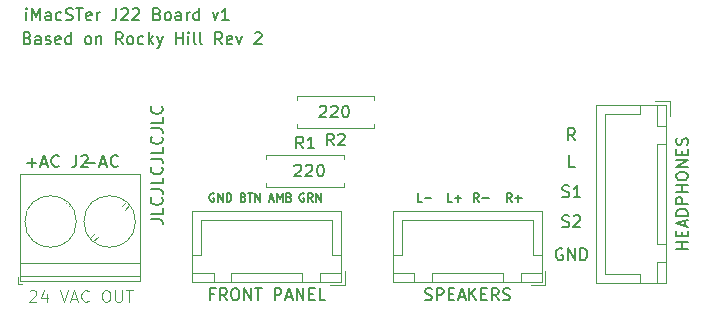
<source format=gbr>
G04 #@! TF.GenerationSoftware,KiCad,Pcbnew,(6.0.5)*
G04 #@! TF.CreationDate,2023-02-01T20:45:18-08:00*
G04 #@! TF.ProjectId,imac_g3_slot_loading_J22_adapter_board,696d6163-5f67-4335-9f73-6c6f745f6c6f,2*
G04 #@! TF.SameCoordinates,Original*
G04 #@! TF.FileFunction,Legend,Top*
G04 #@! TF.FilePolarity,Positive*
%FSLAX46Y46*%
G04 Gerber Fmt 4.6, Leading zero omitted, Abs format (unit mm)*
G04 Created by KiCad (PCBNEW (6.0.5)) date 2023-02-01 20:45:18*
%MOMM*%
%LPD*%
G01*
G04 APERTURE LIST*
%ADD10C,0.150000*%
%ADD11C,0.125000*%
%ADD12C,0.120000*%
G04 APERTURE END LIST*
D10*
X118192380Y-106527047D02*
X118906666Y-106527047D01*
X119049523Y-106574666D01*
X119144761Y-106669904D01*
X119192380Y-106812761D01*
X119192380Y-106908000D01*
X119192380Y-105574666D02*
X119192380Y-106050857D01*
X118192380Y-106050857D01*
X119097142Y-104669904D02*
X119144761Y-104717523D01*
X119192380Y-104860380D01*
X119192380Y-104955619D01*
X119144761Y-105098476D01*
X119049523Y-105193714D01*
X118954285Y-105241333D01*
X118763809Y-105288952D01*
X118620952Y-105288952D01*
X118430476Y-105241333D01*
X118335238Y-105193714D01*
X118240000Y-105098476D01*
X118192380Y-104955619D01*
X118192380Y-104860380D01*
X118240000Y-104717523D01*
X118287619Y-104669904D01*
X118192380Y-103955619D02*
X118906666Y-103955619D01*
X119049523Y-104003238D01*
X119144761Y-104098476D01*
X119192380Y-104241333D01*
X119192380Y-104336571D01*
X119192380Y-103003238D02*
X119192380Y-103479428D01*
X118192380Y-103479428D01*
X119097142Y-102098476D02*
X119144761Y-102146095D01*
X119192380Y-102288952D01*
X119192380Y-102384190D01*
X119144761Y-102527047D01*
X119049523Y-102622285D01*
X118954285Y-102669904D01*
X118763809Y-102717523D01*
X118620952Y-102717523D01*
X118430476Y-102669904D01*
X118335238Y-102622285D01*
X118240000Y-102527047D01*
X118192380Y-102384190D01*
X118192380Y-102288952D01*
X118240000Y-102146095D01*
X118287619Y-102098476D01*
X118192380Y-101384190D02*
X118906666Y-101384190D01*
X119049523Y-101431809D01*
X119144761Y-101527047D01*
X119192380Y-101669904D01*
X119192380Y-101765142D01*
X119192380Y-100431809D02*
X119192380Y-100908000D01*
X118192380Y-100908000D01*
X119097142Y-99527047D02*
X119144761Y-99574666D01*
X119192380Y-99717523D01*
X119192380Y-99812761D01*
X119144761Y-99955619D01*
X119049523Y-100050857D01*
X118954285Y-100098476D01*
X118763809Y-100146095D01*
X118620952Y-100146095D01*
X118430476Y-100098476D01*
X118335238Y-100050857D01*
X118240000Y-99955619D01*
X118192380Y-99812761D01*
X118192380Y-99717523D01*
X118240000Y-99574666D01*
X118287619Y-99527047D01*
X118192380Y-98812761D02*
X118906666Y-98812761D01*
X119049523Y-98860380D01*
X119144761Y-98955619D01*
X119192380Y-99098476D01*
X119192380Y-99193714D01*
X119192380Y-97860380D02*
X119192380Y-98336571D01*
X118192380Y-98336571D01*
X119097142Y-96955619D02*
X119144761Y-97003238D01*
X119192380Y-97146095D01*
X119192380Y-97241333D01*
X119144761Y-97384190D01*
X119049523Y-97479428D01*
X118954285Y-97527047D01*
X118763809Y-97574666D01*
X118620952Y-97574666D01*
X118430476Y-97527047D01*
X118335238Y-97479428D01*
X118240000Y-97384190D01*
X118192380Y-97241333D01*
X118192380Y-97146095D01*
X118240000Y-97003238D01*
X118287619Y-96955619D01*
X153030095Y-109028000D02*
X152934857Y-108980380D01*
X152792000Y-108980380D01*
X152649142Y-109028000D01*
X152553904Y-109123238D01*
X152506285Y-109218476D01*
X152458666Y-109408952D01*
X152458666Y-109551809D01*
X152506285Y-109742285D01*
X152553904Y-109837523D01*
X152649142Y-109932761D01*
X152792000Y-109980380D01*
X152887238Y-109980380D01*
X153030095Y-109932761D01*
X153077714Y-109885142D01*
X153077714Y-109551809D01*
X152887238Y-109551809D01*
X153506285Y-109980380D02*
X153506285Y-108980380D01*
X154077714Y-109980380D01*
X154077714Y-108980380D01*
X154553904Y-109980380D02*
X154553904Y-108980380D01*
X154792000Y-108980380D01*
X154934857Y-109028000D01*
X155030095Y-109123238D01*
X155077714Y-109218476D01*
X155125333Y-109408952D01*
X155125333Y-109551809D01*
X155077714Y-109742285D01*
X155030095Y-109837523D01*
X154934857Y-109932761D01*
X154792000Y-109980380D01*
X154553904Y-109980380D01*
X153030095Y-107138761D02*
X153172952Y-107186380D01*
X153411047Y-107186380D01*
X153506285Y-107138761D01*
X153553904Y-107091142D01*
X153601523Y-106995904D01*
X153601523Y-106900666D01*
X153553904Y-106805428D01*
X153506285Y-106757809D01*
X153411047Y-106710190D01*
X153220571Y-106662571D01*
X153125333Y-106614952D01*
X153077714Y-106567333D01*
X153030095Y-106472095D01*
X153030095Y-106376857D01*
X153077714Y-106281619D01*
X153125333Y-106234000D01*
X153220571Y-106186380D01*
X153458666Y-106186380D01*
X153601523Y-106234000D01*
X153982476Y-106281619D02*
X154030095Y-106234000D01*
X154125333Y-106186380D01*
X154363428Y-106186380D01*
X154458666Y-106234000D01*
X154506285Y-106281619D01*
X154553904Y-106376857D01*
X154553904Y-106472095D01*
X154506285Y-106614952D01*
X153934857Y-107186380D01*
X154553904Y-107186380D01*
X153030095Y-104598761D02*
X153172952Y-104646380D01*
X153411047Y-104646380D01*
X153506285Y-104598761D01*
X153553904Y-104551142D01*
X153601523Y-104455904D01*
X153601523Y-104360666D01*
X153553904Y-104265428D01*
X153506285Y-104217809D01*
X153411047Y-104170190D01*
X153220571Y-104122571D01*
X153125333Y-104074952D01*
X153077714Y-104027333D01*
X153030095Y-103932095D01*
X153030095Y-103836857D01*
X153077714Y-103741619D01*
X153125333Y-103694000D01*
X153220571Y-103646380D01*
X153458666Y-103646380D01*
X153601523Y-103694000D01*
X154553904Y-104646380D02*
X153982476Y-104646380D01*
X154268190Y-104646380D02*
X154268190Y-103646380D01*
X154172952Y-103789238D01*
X154077714Y-103884476D01*
X153982476Y-103932095D01*
X154101523Y-102106380D02*
X153625333Y-102106380D01*
X153625333Y-101106380D01*
X154101523Y-99820380D02*
X153768190Y-99344190D01*
X153530095Y-99820380D02*
X153530095Y-98820380D01*
X153911047Y-98820380D01*
X154006285Y-98868000D01*
X154053904Y-98915619D01*
X154101523Y-99010857D01*
X154101523Y-99153714D01*
X154053904Y-99248952D01*
X154006285Y-99296571D01*
X153911047Y-99344190D01*
X153530095Y-99344190D01*
X148749333Y-105018666D02*
X148516000Y-104685333D01*
X148349333Y-105018666D02*
X148349333Y-104318666D01*
X148616000Y-104318666D01*
X148682666Y-104352000D01*
X148716000Y-104385333D01*
X148749333Y-104452000D01*
X148749333Y-104552000D01*
X148716000Y-104618666D01*
X148682666Y-104652000D01*
X148616000Y-104685333D01*
X148349333Y-104685333D01*
X149049333Y-104752000D02*
X149582666Y-104752000D01*
X149316000Y-105018666D02*
X149316000Y-104485333D01*
X145955333Y-105018666D02*
X145722000Y-104685333D01*
X145555333Y-105018666D02*
X145555333Y-104318666D01*
X145822000Y-104318666D01*
X145888666Y-104352000D01*
X145922000Y-104385333D01*
X145955333Y-104452000D01*
X145955333Y-104552000D01*
X145922000Y-104618666D01*
X145888666Y-104652000D01*
X145822000Y-104685333D01*
X145555333Y-104685333D01*
X146255333Y-104752000D02*
X146788666Y-104752000D01*
X143669333Y-105018666D02*
X143336000Y-105018666D01*
X143336000Y-104318666D01*
X143902666Y-104752000D02*
X144436000Y-104752000D01*
X144169333Y-105018666D02*
X144169333Y-104485333D01*
X141129333Y-105018666D02*
X140796000Y-105018666D01*
X140796000Y-104318666D01*
X141362666Y-104752000D02*
X141896000Y-104752000D01*
X131160666Y-104352000D02*
X131094000Y-104318666D01*
X130994000Y-104318666D01*
X130894000Y-104352000D01*
X130827333Y-104418666D01*
X130794000Y-104485333D01*
X130760666Y-104618666D01*
X130760666Y-104718666D01*
X130794000Y-104852000D01*
X130827333Y-104918666D01*
X130894000Y-104985333D01*
X130994000Y-105018666D01*
X131060666Y-105018666D01*
X131160666Y-104985333D01*
X131194000Y-104952000D01*
X131194000Y-104718666D01*
X131060666Y-104718666D01*
X131894000Y-105018666D02*
X131660666Y-104685333D01*
X131494000Y-105018666D02*
X131494000Y-104318666D01*
X131760666Y-104318666D01*
X131827333Y-104352000D01*
X131860666Y-104385333D01*
X131894000Y-104452000D01*
X131894000Y-104552000D01*
X131860666Y-104618666D01*
X131827333Y-104652000D01*
X131760666Y-104685333D01*
X131494000Y-104685333D01*
X132194000Y-105018666D02*
X132194000Y-104318666D01*
X132594000Y-105018666D01*
X132594000Y-104318666D01*
X128237333Y-104818666D02*
X128570666Y-104818666D01*
X128170666Y-105018666D02*
X128404000Y-104318666D01*
X128637333Y-105018666D01*
X128870666Y-105018666D02*
X128870666Y-104318666D01*
X129104000Y-104818666D01*
X129337333Y-104318666D01*
X129337333Y-105018666D01*
X129904000Y-104652000D02*
X130004000Y-104685333D01*
X130037333Y-104718666D01*
X130070666Y-104785333D01*
X130070666Y-104885333D01*
X130037333Y-104952000D01*
X130004000Y-104985333D01*
X129937333Y-105018666D01*
X129670666Y-105018666D01*
X129670666Y-104318666D01*
X129904000Y-104318666D01*
X129970666Y-104352000D01*
X130004000Y-104385333D01*
X130037333Y-104452000D01*
X130037333Y-104518666D01*
X130004000Y-104585333D01*
X129970666Y-104618666D01*
X129904000Y-104652000D01*
X129670666Y-104652000D01*
X126030666Y-104652000D02*
X126130666Y-104685333D01*
X126164000Y-104718666D01*
X126197333Y-104785333D01*
X126197333Y-104885333D01*
X126164000Y-104952000D01*
X126130666Y-104985333D01*
X126064000Y-105018666D01*
X125797333Y-105018666D01*
X125797333Y-104318666D01*
X126030666Y-104318666D01*
X126097333Y-104352000D01*
X126130666Y-104385333D01*
X126164000Y-104452000D01*
X126164000Y-104518666D01*
X126130666Y-104585333D01*
X126097333Y-104618666D01*
X126030666Y-104652000D01*
X125797333Y-104652000D01*
X126397333Y-104318666D02*
X126797333Y-104318666D01*
X126597333Y-105018666D02*
X126597333Y-104318666D01*
X127030666Y-105018666D02*
X127030666Y-104318666D01*
X127430666Y-105018666D01*
X127430666Y-104318666D01*
X123540666Y-104352000D02*
X123474000Y-104318666D01*
X123374000Y-104318666D01*
X123274000Y-104352000D01*
X123207333Y-104418666D01*
X123174000Y-104485333D01*
X123140666Y-104618666D01*
X123140666Y-104718666D01*
X123174000Y-104852000D01*
X123207333Y-104918666D01*
X123274000Y-104985333D01*
X123374000Y-105018666D01*
X123440666Y-105018666D01*
X123540666Y-104985333D01*
X123574000Y-104952000D01*
X123574000Y-104718666D01*
X123440666Y-104718666D01*
X123874000Y-105018666D02*
X123874000Y-104318666D01*
X124274000Y-105018666D01*
X124274000Y-104318666D01*
X124607333Y-105018666D02*
X124607333Y-104318666D01*
X124774000Y-104318666D01*
X124874000Y-104352000D01*
X124940666Y-104418666D01*
X124974000Y-104485333D01*
X125007333Y-104618666D01*
X125007333Y-104718666D01*
X124974000Y-104852000D01*
X124940666Y-104918666D01*
X124874000Y-104985333D01*
X124774000Y-105018666D01*
X124607333Y-105018666D01*
X132487904Y-96987619D02*
X132535523Y-96940000D01*
X132630761Y-96892380D01*
X132868857Y-96892380D01*
X132964095Y-96940000D01*
X133011714Y-96987619D01*
X133059333Y-97082857D01*
X133059333Y-97178095D01*
X133011714Y-97320952D01*
X132440285Y-97892380D01*
X133059333Y-97892380D01*
X133440285Y-96987619D02*
X133487904Y-96940000D01*
X133583142Y-96892380D01*
X133821238Y-96892380D01*
X133916476Y-96940000D01*
X133964095Y-96987619D01*
X134011714Y-97082857D01*
X134011714Y-97178095D01*
X133964095Y-97320952D01*
X133392666Y-97892380D01*
X134011714Y-97892380D01*
X134630761Y-96892380D02*
X134726000Y-96892380D01*
X134821238Y-96940000D01*
X134868857Y-96987619D01*
X134916476Y-97082857D01*
X134964095Y-97273333D01*
X134964095Y-97511428D01*
X134916476Y-97701904D01*
X134868857Y-97797142D01*
X134821238Y-97844761D01*
X134726000Y-97892380D01*
X134630761Y-97892380D01*
X134535523Y-97844761D01*
X134487904Y-97797142D01*
X134440285Y-97701904D01*
X134392666Y-97511428D01*
X134392666Y-97273333D01*
X134440285Y-97082857D01*
X134487904Y-96987619D01*
X134535523Y-96940000D01*
X134630761Y-96892380D01*
X130351904Y-101987619D02*
X130399523Y-101940000D01*
X130494761Y-101892380D01*
X130732857Y-101892380D01*
X130828095Y-101940000D01*
X130875714Y-101987619D01*
X130923333Y-102082857D01*
X130923333Y-102178095D01*
X130875714Y-102320952D01*
X130304285Y-102892380D01*
X130923333Y-102892380D01*
X131304285Y-101987619D02*
X131351904Y-101940000D01*
X131447142Y-101892380D01*
X131685238Y-101892380D01*
X131780476Y-101940000D01*
X131828095Y-101987619D01*
X131875714Y-102082857D01*
X131875714Y-102178095D01*
X131828095Y-102320952D01*
X131256666Y-102892380D01*
X131875714Y-102892380D01*
X132494761Y-101892380D02*
X132590000Y-101892380D01*
X132685238Y-101940000D01*
X132732857Y-101987619D01*
X132780476Y-102082857D01*
X132828095Y-102273333D01*
X132828095Y-102511428D01*
X132780476Y-102701904D01*
X132732857Y-102797142D01*
X132685238Y-102844761D01*
X132590000Y-102892380D01*
X132494761Y-102892380D01*
X132399523Y-102844761D01*
X132351904Y-102797142D01*
X132304285Y-102701904D01*
X132256666Y-102511428D01*
X132256666Y-102273333D01*
X132304285Y-102082857D01*
X132351904Y-101987619D01*
X132399523Y-101940000D01*
X132494761Y-101892380D01*
X107730476Y-101711428D02*
X108492380Y-101711428D01*
X108111428Y-102092380D02*
X108111428Y-101330476D01*
X108920952Y-101806666D02*
X109397142Y-101806666D01*
X108825714Y-102092380D02*
X109159047Y-101092380D01*
X109492380Y-102092380D01*
X110397142Y-101997142D02*
X110349523Y-102044761D01*
X110206666Y-102092380D01*
X110111428Y-102092380D01*
X109968571Y-102044761D01*
X109873333Y-101949523D01*
X109825714Y-101854285D01*
X109778095Y-101663809D01*
X109778095Y-101520952D01*
X109825714Y-101330476D01*
X109873333Y-101235238D01*
X109968571Y-101140000D01*
X110111428Y-101092380D01*
X110206666Y-101092380D01*
X110349523Y-101140000D01*
X110397142Y-101187619D01*
X112730476Y-101711428D02*
X113492380Y-101711428D01*
X113920952Y-101806666D02*
X114397142Y-101806666D01*
X113825714Y-102092380D02*
X114159047Y-101092380D01*
X114492380Y-102092380D01*
X115397142Y-101997142D02*
X115349523Y-102044761D01*
X115206666Y-102092380D01*
X115111428Y-102092380D01*
X114968571Y-102044761D01*
X114873333Y-101949523D01*
X114825714Y-101854285D01*
X114778095Y-101663809D01*
X114778095Y-101520952D01*
X114825714Y-101330476D01*
X114873333Y-101235238D01*
X114968571Y-101140000D01*
X115111428Y-101092380D01*
X115206666Y-101092380D01*
X115349523Y-101140000D01*
X115397142Y-101187619D01*
X107652380Y-89660380D02*
X107652380Y-88993714D01*
X107652380Y-88660380D02*
X107604761Y-88708000D01*
X107652380Y-88755619D01*
X107700000Y-88708000D01*
X107652380Y-88660380D01*
X107652380Y-88755619D01*
X108128571Y-89660380D02*
X108128571Y-88660380D01*
X108461904Y-89374666D01*
X108795238Y-88660380D01*
X108795238Y-89660380D01*
X109700000Y-89660380D02*
X109700000Y-89136571D01*
X109652380Y-89041333D01*
X109557142Y-88993714D01*
X109366666Y-88993714D01*
X109271428Y-89041333D01*
X109700000Y-89612761D02*
X109604761Y-89660380D01*
X109366666Y-89660380D01*
X109271428Y-89612761D01*
X109223809Y-89517523D01*
X109223809Y-89422285D01*
X109271428Y-89327047D01*
X109366666Y-89279428D01*
X109604761Y-89279428D01*
X109700000Y-89231809D01*
X110604761Y-89612761D02*
X110509523Y-89660380D01*
X110319047Y-89660380D01*
X110223809Y-89612761D01*
X110176190Y-89565142D01*
X110128571Y-89469904D01*
X110128571Y-89184190D01*
X110176190Y-89088952D01*
X110223809Y-89041333D01*
X110319047Y-88993714D01*
X110509523Y-88993714D01*
X110604761Y-89041333D01*
X110985714Y-89612761D02*
X111128571Y-89660380D01*
X111366666Y-89660380D01*
X111461904Y-89612761D01*
X111509523Y-89565142D01*
X111557142Y-89469904D01*
X111557142Y-89374666D01*
X111509523Y-89279428D01*
X111461904Y-89231809D01*
X111366666Y-89184190D01*
X111176190Y-89136571D01*
X111080952Y-89088952D01*
X111033333Y-89041333D01*
X110985714Y-88946095D01*
X110985714Y-88850857D01*
X111033333Y-88755619D01*
X111080952Y-88708000D01*
X111176190Y-88660380D01*
X111414285Y-88660380D01*
X111557142Y-88708000D01*
X111842857Y-88660380D02*
X112414285Y-88660380D01*
X112128571Y-89660380D02*
X112128571Y-88660380D01*
X113128571Y-89612761D02*
X113033333Y-89660380D01*
X112842857Y-89660380D01*
X112747619Y-89612761D01*
X112700000Y-89517523D01*
X112700000Y-89136571D01*
X112747619Y-89041333D01*
X112842857Y-88993714D01*
X113033333Y-88993714D01*
X113128571Y-89041333D01*
X113176190Y-89136571D01*
X113176190Y-89231809D01*
X112700000Y-89327047D01*
X113604761Y-89660380D02*
X113604761Y-88993714D01*
X113604761Y-89184190D02*
X113652380Y-89088952D01*
X113700000Y-89041333D01*
X113795238Y-88993714D01*
X113890476Y-88993714D01*
X115271428Y-88660380D02*
X115271428Y-89374666D01*
X115223809Y-89517523D01*
X115128571Y-89612761D01*
X114985714Y-89660380D01*
X114890476Y-89660380D01*
X115700000Y-88755619D02*
X115747619Y-88708000D01*
X115842857Y-88660380D01*
X116080952Y-88660380D01*
X116176190Y-88708000D01*
X116223809Y-88755619D01*
X116271428Y-88850857D01*
X116271428Y-88946095D01*
X116223809Y-89088952D01*
X115652380Y-89660380D01*
X116271428Y-89660380D01*
X116652380Y-88755619D02*
X116700000Y-88708000D01*
X116795238Y-88660380D01*
X117033333Y-88660380D01*
X117128571Y-88708000D01*
X117176190Y-88755619D01*
X117223809Y-88850857D01*
X117223809Y-88946095D01*
X117176190Y-89088952D01*
X116604761Y-89660380D01*
X117223809Y-89660380D01*
X118747619Y-89136571D02*
X118890476Y-89184190D01*
X118938095Y-89231809D01*
X118985714Y-89327047D01*
X118985714Y-89469904D01*
X118938095Y-89565142D01*
X118890476Y-89612761D01*
X118795238Y-89660380D01*
X118414285Y-89660380D01*
X118414285Y-88660380D01*
X118747619Y-88660380D01*
X118842857Y-88708000D01*
X118890476Y-88755619D01*
X118938095Y-88850857D01*
X118938095Y-88946095D01*
X118890476Y-89041333D01*
X118842857Y-89088952D01*
X118747619Y-89136571D01*
X118414285Y-89136571D01*
X119557142Y-89660380D02*
X119461904Y-89612761D01*
X119414285Y-89565142D01*
X119366666Y-89469904D01*
X119366666Y-89184190D01*
X119414285Y-89088952D01*
X119461904Y-89041333D01*
X119557142Y-88993714D01*
X119700000Y-88993714D01*
X119795238Y-89041333D01*
X119842857Y-89088952D01*
X119890476Y-89184190D01*
X119890476Y-89469904D01*
X119842857Y-89565142D01*
X119795238Y-89612761D01*
X119700000Y-89660380D01*
X119557142Y-89660380D01*
X120747619Y-89660380D02*
X120747619Y-89136571D01*
X120700000Y-89041333D01*
X120604761Y-88993714D01*
X120414285Y-88993714D01*
X120319047Y-89041333D01*
X120747619Y-89612761D02*
X120652380Y-89660380D01*
X120414285Y-89660380D01*
X120319047Y-89612761D01*
X120271428Y-89517523D01*
X120271428Y-89422285D01*
X120319047Y-89327047D01*
X120414285Y-89279428D01*
X120652380Y-89279428D01*
X120747619Y-89231809D01*
X121223809Y-89660380D02*
X121223809Y-88993714D01*
X121223809Y-89184190D02*
X121271428Y-89088952D01*
X121319047Y-89041333D01*
X121414285Y-88993714D01*
X121509523Y-88993714D01*
X122271428Y-89660380D02*
X122271428Y-88660380D01*
X122271428Y-89612761D02*
X122176190Y-89660380D01*
X121985714Y-89660380D01*
X121890476Y-89612761D01*
X121842857Y-89565142D01*
X121795238Y-89469904D01*
X121795238Y-89184190D01*
X121842857Y-89088952D01*
X121890476Y-89041333D01*
X121985714Y-88993714D01*
X122176190Y-88993714D01*
X122271428Y-89041333D01*
X123414285Y-88993714D02*
X123652380Y-89660380D01*
X123890476Y-88993714D01*
X124795238Y-89660380D02*
X124223809Y-89660380D01*
X124509523Y-89660380D02*
X124509523Y-88660380D01*
X124414285Y-88803238D01*
X124319047Y-88898476D01*
X124223809Y-88946095D01*
X107755714Y-91168571D02*
X107898571Y-91216190D01*
X107946190Y-91263809D01*
X107993809Y-91359047D01*
X107993809Y-91501904D01*
X107946190Y-91597142D01*
X107898571Y-91644761D01*
X107803333Y-91692380D01*
X107422380Y-91692380D01*
X107422380Y-90692380D01*
X107755714Y-90692380D01*
X107850952Y-90740000D01*
X107898571Y-90787619D01*
X107946190Y-90882857D01*
X107946190Y-90978095D01*
X107898571Y-91073333D01*
X107850952Y-91120952D01*
X107755714Y-91168571D01*
X107422380Y-91168571D01*
X108850952Y-91692380D02*
X108850952Y-91168571D01*
X108803333Y-91073333D01*
X108708095Y-91025714D01*
X108517619Y-91025714D01*
X108422380Y-91073333D01*
X108850952Y-91644761D02*
X108755714Y-91692380D01*
X108517619Y-91692380D01*
X108422380Y-91644761D01*
X108374761Y-91549523D01*
X108374761Y-91454285D01*
X108422380Y-91359047D01*
X108517619Y-91311428D01*
X108755714Y-91311428D01*
X108850952Y-91263809D01*
X109279523Y-91644761D02*
X109374761Y-91692380D01*
X109565238Y-91692380D01*
X109660476Y-91644761D01*
X109708095Y-91549523D01*
X109708095Y-91501904D01*
X109660476Y-91406666D01*
X109565238Y-91359047D01*
X109422380Y-91359047D01*
X109327142Y-91311428D01*
X109279523Y-91216190D01*
X109279523Y-91168571D01*
X109327142Y-91073333D01*
X109422380Y-91025714D01*
X109565238Y-91025714D01*
X109660476Y-91073333D01*
X110517619Y-91644761D02*
X110422380Y-91692380D01*
X110231904Y-91692380D01*
X110136666Y-91644761D01*
X110089047Y-91549523D01*
X110089047Y-91168571D01*
X110136666Y-91073333D01*
X110231904Y-91025714D01*
X110422380Y-91025714D01*
X110517619Y-91073333D01*
X110565238Y-91168571D01*
X110565238Y-91263809D01*
X110089047Y-91359047D01*
X111422380Y-91692380D02*
X111422380Y-90692380D01*
X111422380Y-91644761D02*
X111327142Y-91692380D01*
X111136666Y-91692380D01*
X111041428Y-91644761D01*
X110993809Y-91597142D01*
X110946190Y-91501904D01*
X110946190Y-91216190D01*
X110993809Y-91120952D01*
X111041428Y-91073333D01*
X111136666Y-91025714D01*
X111327142Y-91025714D01*
X111422380Y-91073333D01*
X112803333Y-91692380D02*
X112708095Y-91644761D01*
X112660476Y-91597142D01*
X112612857Y-91501904D01*
X112612857Y-91216190D01*
X112660476Y-91120952D01*
X112708095Y-91073333D01*
X112803333Y-91025714D01*
X112946190Y-91025714D01*
X113041428Y-91073333D01*
X113089047Y-91120952D01*
X113136666Y-91216190D01*
X113136666Y-91501904D01*
X113089047Y-91597142D01*
X113041428Y-91644761D01*
X112946190Y-91692380D01*
X112803333Y-91692380D01*
X113565238Y-91025714D02*
X113565238Y-91692380D01*
X113565238Y-91120952D02*
X113612857Y-91073333D01*
X113708095Y-91025714D01*
X113850952Y-91025714D01*
X113946190Y-91073333D01*
X113993809Y-91168571D01*
X113993809Y-91692380D01*
X115803333Y-91692380D02*
X115470000Y-91216190D01*
X115231904Y-91692380D02*
X115231904Y-90692380D01*
X115612857Y-90692380D01*
X115708095Y-90740000D01*
X115755714Y-90787619D01*
X115803333Y-90882857D01*
X115803333Y-91025714D01*
X115755714Y-91120952D01*
X115708095Y-91168571D01*
X115612857Y-91216190D01*
X115231904Y-91216190D01*
X116374761Y-91692380D02*
X116279523Y-91644761D01*
X116231904Y-91597142D01*
X116184285Y-91501904D01*
X116184285Y-91216190D01*
X116231904Y-91120952D01*
X116279523Y-91073333D01*
X116374761Y-91025714D01*
X116517619Y-91025714D01*
X116612857Y-91073333D01*
X116660476Y-91120952D01*
X116708095Y-91216190D01*
X116708095Y-91501904D01*
X116660476Y-91597142D01*
X116612857Y-91644761D01*
X116517619Y-91692380D01*
X116374761Y-91692380D01*
X117565238Y-91644761D02*
X117470000Y-91692380D01*
X117279523Y-91692380D01*
X117184285Y-91644761D01*
X117136666Y-91597142D01*
X117089047Y-91501904D01*
X117089047Y-91216190D01*
X117136666Y-91120952D01*
X117184285Y-91073333D01*
X117279523Y-91025714D01*
X117470000Y-91025714D01*
X117565238Y-91073333D01*
X117993809Y-91692380D02*
X117993809Y-90692380D01*
X118089047Y-91311428D02*
X118374761Y-91692380D01*
X118374761Y-91025714D02*
X117993809Y-91406666D01*
X118708095Y-91025714D02*
X118946190Y-91692380D01*
X119184285Y-91025714D02*
X118946190Y-91692380D01*
X118850952Y-91930476D01*
X118803333Y-91978095D01*
X118708095Y-92025714D01*
X120327142Y-91692380D02*
X120327142Y-90692380D01*
X120327142Y-91168571D02*
X120898571Y-91168571D01*
X120898571Y-91692380D02*
X120898571Y-90692380D01*
X121374761Y-91692380D02*
X121374761Y-91025714D01*
X121374761Y-90692380D02*
X121327142Y-90740000D01*
X121374761Y-90787619D01*
X121422380Y-90740000D01*
X121374761Y-90692380D01*
X121374761Y-90787619D01*
X121993809Y-91692380D02*
X121898571Y-91644761D01*
X121850952Y-91549523D01*
X121850952Y-90692380D01*
X122517619Y-91692380D02*
X122422380Y-91644761D01*
X122374761Y-91549523D01*
X122374761Y-90692380D01*
X124231904Y-91692380D02*
X123898571Y-91216190D01*
X123660476Y-91692380D02*
X123660476Y-90692380D01*
X124041428Y-90692380D01*
X124136666Y-90740000D01*
X124184285Y-90787619D01*
X124231904Y-90882857D01*
X124231904Y-91025714D01*
X124184285Y-91120952D01*
X124136666Y-91168571D01*
X124041428Y-91216190D01*
X123660476Y-91216190D01*
X125041428Y-91644761D02*
X124946190Y-91692380D01*
X124755714Y-91692380D01*
X124660476Y-91644761D01*
X124612857Y-91549523D01*
X124612857Y-91168571D01*
X124660476Y-91073333D01*
X124755714Y-91025714D01*
X124946190Y-91025714D01*
X125041428Y-91073333D01*
X125089047Y-91168571D01*
X125089047Y-91263809D01*
X124612857Y-91359047D01*
X125422380Y-91025714D02*
X125660476Y-91692380D01*
X125898571Y-91025714D01*
X126993809Y-90787619D02*
X127041428Y-90740000D01*
X127136666Y-90692380D01*
X127374761Y-90692380D01*
X127470000Y-90740000D01*
X127517619Y-90787619D01*
X127565238Y-90882857D01*
X127565238Y-90978095D01*
X127517619Y-91120952D01*
X126946190Y-91692380D01*
X127565238Y-91692380D01*
D11*
X107932476Y-112605619D02*
X107980095Y-112558000D01*
X108075333Y-112510380D01*
X108313428Y-112510380D01*
X108408666Y-112558000D01*
X108456285Y-112605619D01*
X108503904Y-112700857D01*
X108503904Y-112796095D01*
X108456285Y-112938952D01*
X107884857Y-113510380D01*
X108503904Y-113510380D01*
X109361047Y-112843714D02*
X109361047Y-113510380D01*
X109122952Y-112462761D02*
X108884857Y-113177047D01*
X109503904Y-113177047D01*
X110503904Y-112510380D02*
X110837238Y-113510380D01*
X111170571Y-112510380D01*
X111456285Y-113224666D02*
X111932476Y-113224666D01*
X111361047Y-113510380D02*
X111694380Y-112510380D01*
X112027714Y-113510380D01*
X112932476Y-113415142D02*
X112884857Y-113462761D01*
X112742000Y-113510380D01*
X112646761Y-113510380D01*
X112503904Y-113462761D01*
X112408666Y-113367523D01*
X112361047Y-113272285D01*
X112313428Y-113081809D01*
X112313428Y-112938952D01*
X112361047Y-112748476D01*
X112408666Y-112653238D01*
X112503904Y-112558000D01*
X112646761Y-112510380D01*
X112742000Y-112510380D01*
X112884857Y-112558000D01*
X112932476Y-112605619D01*
X114313428Y-112510380D02*
X114503904Y-112510380D01*
X114599142Y-112558000D01*
X114694380Y-112653238D01*
X114742000Y-112843714D01*
X114742000Y-113177047D01*
X114694380Y-113367523D01*
X114599142Y-113462761D01*
X114503904Y-113510380D01*
X114313428Y-113510380D01*
X114218190Y-113462761D01*
X114122952Y-113367523D01*
X114075333Y-113177047D01*
X114075333Y-112843714D01*
X114122952Y-112653238D01*
X114218190Y-112558000D01*
X114313428Y-112510380D01*
X115170571Y-112510380D02*
X115170571Y-113319904D01*
X115218190Y-113415142D01*
X115265809Y-113462761D01*
X115361047Y-113510380D01*
X115551523Y-113510380D01*
X115646761Y-113462761D01*
X115694380Y-113415142D01*
X115742000Y-113319904D01*
X115742000Y-112510380D01*
X116075333Y-112510380D02*
X116646761Y-112510380D01*
X116361047Y-113510380D02*
X116361047Y-112510380D01*
D10*
X133663333Y-100262380D02*
X133330000Y-99786190D01*
X133091904Y-100262380D02*
X133091904Y-99262380D01*
X133472857Y-99262380D01*
X133568095Y-99310000D01*
X133615714Y-99357619D01*
X133663333Y-99452857D01*
X133663333Y-99595714D01*
X133615714Y-99690952D01*
X133568095Y-99738571D01*
X133472857Y-99786190D01*
X133091904Y-99786190D01*
X134044285Y-99357619D02*
X134091904Y-99310000D01*
X134187142Y-99262380D01*
X134425238Y-99262380D01*
X134520476Y-99310000D01*
X134568095Y-99357619D01*
X134615714Y-99452857D01*
X134615714Y-99548095D01*
X134568095Y-99690952D01*
X133996666Y-100262380D01*
X134615714Y-100262380D01*
X131083333Y-100522380D02*
X130750000Y-100046190D01*
X130511904Y-100522380D02*
X130511904Y-99522380D01*
X130892857Y-99522380D01*
X130988095Y-99570000D01*
X131035714Y-99617619D01*
X131083333Y-99712857D01*
X131083333Y-99855714D01*
X131035714Y-99950952D01*
X130988095Y-99998571D01*
X130892857Y-100046190D01*
X130511904Y-100046190D01*
X132035714Y-100522380D02*
X131464285Y-100522380D01*
X131750000Y-100522380D02*
X131750000Y-99522380D01*
X131654761Y-99665238D01*
X131559523Y-99760476D01*
X131464285Y-99808095D01*
X163672380Y-109014666D02*
X162672380Y-109014666D01*
X163148571Y-109014666D02*
X163148571Y-108443238D01*
X163672380Y-108443238D02*
X162672380Y-108443238D01*
X163148571Y-107967047D02*
X163148571Y-107633714D01*
X163672380Y-107490857D02*
X163672380Y-107967047D01*
X162672380Y-107967047D01*
X162672380Y-107490857D01*
X163386666Y-107109904D02*
X163386666Y-106633714D01*
X163672380Y-107205142D02*
X162672380Y-106871809D01*
X163672380Y-106538476D01*
X163672380Y-106205142D02*
X162672380Y-106205142D01*
X162672380Y-105967047D01*
X162720000Y-105824190D01*
X162815238Y-105728952D01*
X162910476Y-105681333D01*
X163100952Y-105633714D01*
X163243809Y-105633714D01*
X163434285Y-105681333D01*
X163529523Y-105728952D01*
X163624761Y-105824190D01*
X163672380Y-105967047D01*
X163672380Y-106205142D01*
X163672380Y-105205142D02*
X162672380Y-105205142D01*
X162672380Y-104824190D01*
X162720000Y-104728952D01*
X162767619Y-104681333D01*
X162862857Y-104633714D01*
X163005714Y-104633714D01*
X163100952Y-104681333D01*
X163148571Y-104728952D01*
X163196190Y-104824190D01*
X163196190Y-105205142D01*
X163672380Y-104205142D02*
X162672380Y-104205142D01*
X163148571Y-104205142D02*
X163148571Y-103633714D01*
X163672380Y-103633714D02*
X162672380Y-103633714D01*
X162672380Y-102967047D02*
X162672380Y-102776571D01*
X162720000Y-102681333D01*
X162815238Y-102586095D01*
X163005714Y-102538476D01*
X163339047Y-102538476D01*
X163529523Y-102586095D01*
X163624761Y-102681333D01*
X163672380Y-102776571D01*
X163672380Y-102967047D01*
X163624761Y-103062285D01*
X163529523Y-103157523D01*
X163339047Y-103205142D01*
X163005714Y-103205142D01*
X162815238Y-103157523D01*
X162720000Y-103062285D01*
X162672380Y-102967047D01*
X163672380Y-102109904D02*
X162672380Y-102109904D01*
X163672380Y-101538476D01*
X162672380Y-101538476D01*
X163148571Y-101062285D02*
X163148571Y-100728952D01*
X163672380Y-100586095D02*
X163672380Y-101062285D01*
X162672380Y-101062285D01*
X162672380Y-100586095D01*
X163624761Y-100205142D02*
X163672380Y-100062285D01*
X163672380Y-99824190D01*
X163624761Y-99728952D01*
X163577142Y-99681333D01*
X163481904Y-99633714D01*
X163386666Y-99633714D01*
X163291428Y-99681333D01*
X163243809Y-99728952D01*
X163196190Y-99824190D01*
X163148571Y-100014666D01*
X163100952Y-100109904D01*
X163053333Y-100157523D01*
X162958095Y-100205142D01*
X162862857Y-100205142D01*
X162767619Y-100157523D01*
X162720000Y-100109904D01*
X162672380Y-100014666D01*
X162672380Y-99776571D01*
X162720000Y-99633714D01*
X141404761Y-113314761D02*
X141547619Y-113362380D01*
X141785714Y-113362380D01*
X141880952Y-113314761D01*
X141928571Y-113267142D01*
X141976190Y-113171904D01*
X141976190Y-113076666D01*
X141928571Y-112981428D01*
X141880952Y-112933809D01*
X141785714Y-112886190D01*
X141595238Y-112838571D01*
X141500000Y-112790952D01*
X141452380Y-112743333D01*
X141404761Y-112648095D01*
X141404761Y-112552857D01*
X141452380Y-112457619D01*
X141500000Y-112410000D01*
X141595238Y-112362380D01*
X141833333Y-112362380D01*
X141976190Y-112410000D01*
X142404761Y-113362380D02*
X142404761Y-112362380D01*
X142785714Y-112362380D01*
X142880952Y-112410000D01*
X142928571Y-112457619D01*
X142976190Y-112552857D01*
X142976190Y-112695714D01*
X142928571Y-112790952D01*
X142880952Y-112838571D01*
X142785714Y-112886190D01*
X142404761Y-112886190D01*
X143404761Y-112838571D02*
X143738095Y-112838571D01*
X143880952Y-113362380D02*
X143404761Y-113362380D01*
X143404761Y-112362380D01*
X143880952Y-112362380D01*
X144261904Y-113076666D02*
X144738095Y-113076666D01*
X144166666Y-113362380D02*
X144500000Y-112362380D01*
X144833333Y-113362380D01*
X145166666Y-113362380D02*
X145166666Y-112362380D01*
X145738095Y-113362380D02*
X145309523Y-112790952D01*
X145738095Y-112362380D02*
X145166666Y-112933809D01*
X146166666Y-112838571D02*
X146500000Y-112838571D01*
X146642857Y-113362380D02*
X146166666Y-113362380D01*
X146166666Y-112362380D01*
X146642857Y-112362380D01*
X147642857Y-113362380D02*
X147309523Y-112886190D01*
X147071428Y-113362380D02*
X147071428Y-112362380D01*
X147452380Y-112362380D01*
X147547619Y-112410000D01*
X147595238Y-112457619D01*
X147642857Y-112552857D01*
X147642857Y-112695714D01*
X147595238Y-112790952D01*
X147547619Y-112838571D01*
X147452380Y-112886190D01*
X147071428Y-112886190D01*
X148023809Y-113314761D02*
X148166666Y-113362380D01*
X148404761Y-113362380D01*
X148500000Y-113314761D01*
X148547619Y-113267142D01*
X148595238Y-113171904D01*
X148595238Y-113076666D01*
X148547619Y-112981428D01*
X148500000Y-112933809D01*
X148404761Y-112886190D01*
X148214285Y-112838571D01*
X148119047Y-112790952D01*
X148071428Y-112743333D01*
X148023809Y-112648095D01*
X148023809Y-112552857D01*
X148071428Y-112457619D01*
X148119047Y-112410000D01*
X148214285Y-112362380D01*
X148452380Y-112362380D01*
X148595238Y-112410000D01*
X123523809Y-112838571D02*
X123190476Y-112838571D01*
X123190476Y-113362380D02*
X123190476Y-112362380D01*
X123666666Y-112362380D01*
X124619047Y-113362380D02*
X124285714Y-112886190D01*
X124047619Y-113362380D02*
X124047619Y-112362380D01*
X124428571Y-112362380D01*
X124523809Y-112410000D01*
X124571428Y-112457619D01*
X124619047Y-112552857D01*
X124619047Y-112695714D01*
X124571428Y-112790952D01*
X124523809Y-112838571D01*
X124428571Y-112886190D01*
X124047619Y-112886190D01*
X125238095Y-112362380D02*
X125428571Y-112362380D01*
X125523809Y-112410000D01*
X125619047Y-112505238D01*
X125666666Y-112695714D01*
X125666666Y-113029047D01*
X125619047Y-113219523D01*
X125523809Y-113314761D01*
X125428571Y-113362380D01*
X125238095Y-113362380D01*
X125142857Y-113314761D01*
X125047619Y-113219523D01*
X125000000Y-113029047D01*
X125000000Y-112695714D01*
X125047619Y-112505238D01*
X125142857Y-112410000D01*
X125238095Y-112362380D01*
X126095238Y-113362380D02*
X126095238Y-112362380D01*
X126666666Y-113362380D01*
X126666666Y-112362380D01*
X127000000Y-112362380D02*
X127571428Y-112362380D01*
X127285714Y-113362380D02*
X127285714Y-112362380D01*
X128666666Y-113362380D02*
X128666666Y-112362380D01*
X129047619Y-112362380D01*
X129142857Y-112410000D01*
X129190476Y-112457619D01*
X129238095Y-112552857D01*
X129238095Y-112695714D01*
X129190476Y-112790952D01*
X129142857Y-112838571D01*
X129047619Y-112886190D01*
X128666666Y-112886190D01*
X129619047Y-113076666D02*
X130095238Y-113076666D01*
X129523809Y-113362380D02*
X129857142Y-112362380D01*
X130190476Y-113362380D01*
X130523809Y-113362380D02*
X130523809Y-112362380D01*
X131095238Y-113362380D01*
X131095238Y-112362380D01*
X131571428Y-112838571D02*
X131904761Y-112838571D01*
X132047619Y-113362380D02*
X131571428Y-113362380D01*
X131571428Y-112362380D01*
X132047619Y-112362380D01*
X132952380Y-113362380D02*
X132476190Y-113362380D01*
X132476190Y-112362380D01*
X111868666Y-101100380D02*
X111868666Y-101814666D01*
X111821047Y-101957523D01*
X111725809Y-102052761D01*
X111582952Y-102100380D01*
X111487714Y-102100380D01*
X112297238Y-101195619D02*
X112344857Y-101148000D01*
X112440095Y-101100380D01*
X112678190Y-101100380D01*
X112773428Y-101148000D01*
X112821047Y-101195619D01*
X112868666Y-101290857D01*
X112868666Y-101386095D01*
X112821047Y-101528952D01*
X112249619Y-102100380D01*
X112868666Y-102100380D01*
D12*
X137100000Y-98480000D02*
X137100000Y-98810000D01*
X137100000Y-98810000D02*
X130560000Y-98810000D01*
X130560000Y-98810000D02*
X130560000Y-98480000D01*
X137100000Y-96400000D02*
X137100000Y-96070000D01*
X137100000Y-96070000D02*
X130560000Y-96070000D01*
X130560000Y-96070000D02*
X130560000Y-96400000D01*
X127980000Y-101400000D02*
X127980000Y-101070000D01*
X127980000Y-101070000D02*
X134520000Y-101070000D01*
X134520000Y-101070000D02*
X134520000Y-101400000D01*
X127980000Y-103480000D02*
X127980000Y-103810000D01*
X127980000Y-103810000D02*
X134520000Y-103810000D01*
X134520000Y-103810000D02*
X134520000Y-103480000D01*
X161840000Y-96808000D02*
X155870000Y-96808000D01*
X155870000Y-96808000D02*
X155870000Y-111928000D01*
X155870000Y-111928000D02*
X161840000Y-111928000D01*
X161840000Y-111928000D02*
X161840000Y-96808000D01*
X161830000Y-100118000D02*
X161080000Y-100118000D01*
X161080000Y-100118000D02*
X161080000Y-108618000D01*
X161080000Y-108618000D02*
X161830000Y-108618000D01*
X161830000Y-108618000D02*
X161830000Y-100118000D01*
X161830000Y-96818000D02*
X161080000Y-96818000D01*
X161080000Y-96818000D02*
X161080000Y-98618000D01*
X161080000Y-98618000D02*
X161830000Y-98618000D01*
X161830000Y-98618000D02*
X161830000Y-96818000D01*
X161830000Y-110118000D02*
X161080000Y-110118000D01*
X161080000Y-110118000D02*
X161080000Y-111918000D01*
X161080000Y-111918000D02*
X161830000Y-111918000D01*
X161830000Y-111918000D02*
X161830000Y-110118000D01*
X159580000Y-96818000D02*
X159580000Y-97568000D01*
X159580000Y-97568000D02*
X156630000Y-97568000D01*
X156630000Y-97568000D02*
X156630000Y-104368000D01*
X159580000Y-111918000D02*
X159580000Y-111168000D01*
X159580000Y-111168000D02*
X156630000Y-111168000D01*
X156630000Y-111168000D02*
X156630000Y-104368000D01*
X162130000Y-97768000D02*
X162130000Y-96518000D01*
X162130000Y-96518000D02*
X160880000Y-96518000D01*
X151600000Y-112110000D02*
X151600000Y-110860000D01*
X150350000Y-112110000D02*
X151600000Y-112110000D01*
X139450000Y-106610000D02*
X145000000Y-106610000D01*
X139450000Y-109560000D02*
X139450000Y-106610000D01*
X138700000Y-109560000D02*
X139450000Y-109560000D01*
X150550000Y-106610000D02*
X145000000Y-106610000D01*
X150550000Y-109560000D02*
X150550000Y-106610000D01*
X151300000Y-109560000D02*
X150550000Y-109560000D01*
X138700000Y-111810000D02*
X140500000Y-111810000D01*
X138700000Y-111060000D02*
X138700000Y-111810000D01*
X140500000Y-111060000D02*
X138700000Y-111060000D01*
X140500000Y-111810000D02*
X140500000Y-111060000D01*
X149500000Y-111810000D02*
X151300000Y-111810000D01*
X149500000Y-111060000D02*
X149500000Y-111810000D01*
X151300000Y-111060000D02*
X149500000Y-111060000D01*
X151300000Y-111810000D02*
X151300000Y-111060000D01*
X142000000Y-111810000D02*
X148000000Y-111810000D01*
X142000000Y-111060000D02*
X142000000Y-111810000D01*
X148000000Y-111060000D02*
X142000000Y-111060000D01*
X148000000Y-111810000D02*
X148000000Y-111060000D01*
X138690000Y-111820000D02*
X151310000Y-111820000D01*
X138690000Y-105850000D02*
X138690000Y-111820000D01*
X151310000Y-105850000D02*
X138690000Y-105850000D01*
X151310000Y-111820000D02*
X151310000Y-105850000D01*
X134600000Y-112110000D02*
X134600000Y-110860000D01*
X133350000Y-112110000D02*
X134600000Y-112110000D01*
X122450000Y-106610000D02*
X128000000Y-106610000D01*
X122450000Y-109560000D02*
X122450000Y-106610000D01*
X121700000Y-109560000D02*
X122450000Y-109560000D01*
X133550000Y-106610000D02*
X128000000Y-106610000D01*
X133550000Y-109560000D02*
X133550000Y-106610000D01*
X134300000Y-109560000D02*
X133550000Y-109560000D01*
X121700000Y-111810000D02*
X123500000Y-111810000D01*
X121700000Y-111060000D02*
X121700000Y-111810000D01*
X123500000Y-111060000D02*
X121700000Y-111060000D01*
X123500000Y-111810000D02*
X123500000Y-111060000D01*
X132500000Y-111810000D02*
X134300000Y-111810000D01*
X132500000Y-111060000D02*
X132500000Y-111810000D01*
X134300000Y-111060000D02*
X132500000Y-111060000D01*
X134300000Y-111810000D02*
X134300000Y-111060000D01*
X125000000Y-111810000D02*
X131000000Y-111810000D01*
X125000000Y-111060000D02*
X125000000Y-111810000D01*
X131000000Y-111060000D02*
X125000000Y-111060000D01*
X131000000Y-111810000D02*
X131000000Y-111060000D01*
X121690000Y-111820000D02*
X134310000Y-111820000D01*
X121690000Y-105850000D02*
X121690000Y-111820000D01*
X134310000Y-105850000D02*
X121690000Y-105850000D01*
X134310000Y-111820000D02*
X134310000Y-105850000D01*
X106902000Y-112008000D02*
X107302000Y-112008000D01*
X106902000Y-111368000D02*
X106902000Y-112008000D01*
X113444000Y-107700000D02*
X113049000Y-108096000D01*
X116090000Y-105054000D02*
X115710000Y-105434000D01*
X113695000Y-107982000D02*
X113315000Y-108362000D01*
X116356000Y-105320000D02*
X115961000Y-105716000D01*
X108154000Y-107989000D02*
X108048000Y-108096000D01*
X111090000Y-105054000D02*
X110983000Y-105161000D01*
X108420000Y-108255000D02*
X108314000Y-108362000D01*
X111356000Y-105320000D02*
X111249000Y-105427000D01*
X117262000Y-102648000D02*
X117262000Y-111768000D01*
X107142000Y-102648000D02*
X107142000Y-111768000D01*
X107142000Y-111768000D02*
X117262000Y-111768000D01*
X107142000Y-102648000D02*
X117262000Y-102648000D01*
X107142000Y-110208000D02*
X117262000Y-110208000D01*
X107142000Y-111308000D02*
X117262000Y-111308000D01*
X116882000Y-106708000D02*
G75*
G03*
X116882000Y-106708000I-2180000J0D01*
G01*
X111882000Y-106708000D02*
G75*
G03*
X111882000Y-106708000I-2180000J0D01*
G01*
M02*

</source>
